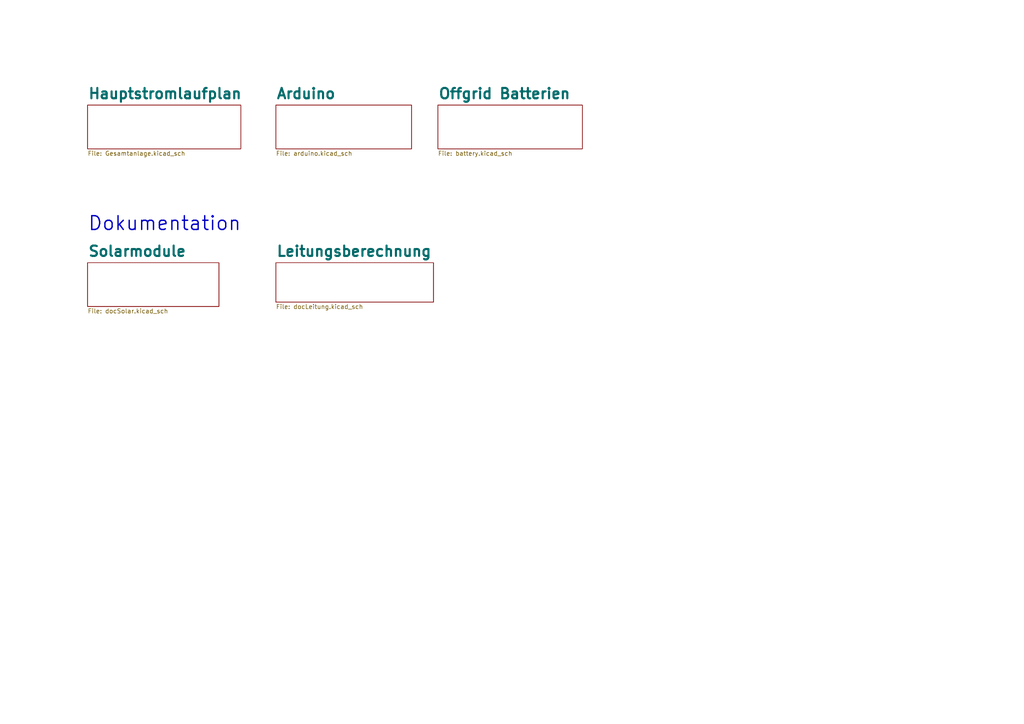
<source format=kicad_sch>
(kicad_sch (version 20230121) (generator eeschema)
  (paper "A4")
  (title_block (title "Deckblatt") (date "2024-02-03") (rev "1.2"))
  (lib_symbols)
  (text "Dokumentation" (at 25.4 67.31 0) (effects (font (size 4 4) (thickness 0.4) bold) (justify left bottom)))
  (sheet (at 80.01 30.48) (size 39.37 12.7) (stroke (width 0.1524))
    (property "Sheetname" "Arduino" (at 80.01 28.9034 0) (effects (font (size 3 3) bold) (justify left bottom)))
    (property "Sheetfile" "arduino.kicad_sch" (at 80.01 43.7646 0) (effects (justify left top)))
  )
  (sheet (at 80.01 76.2) (size 45.72 11.43) (stroke (width 0.1524))
    (property "Sheetname" "Leitungsberechnung" (at 80.01 74.6234 0) (effects (font (size 3 3) bold) (justify left bottom)))
    (property "Sheetfile" "docLeitung.kicad_sch" (at 80.01 88.2146 0) (effects (justify left top)))
  )
  (sheet (at 25.4 76.2) (size 38.1 12.7) (stroke (width 0.1524))
    (property "Sheetname" "Solarmodule" (at 25.4 74.6234 0) (effects (font (size 3 3) bold) (justify left bottom)))
    (property "Sheetfile" "docSolar.kicad_sch" (at 25.4 89.4846 0) (effects (justify left top)))
  )
  (sheet (at 127 30.48) (size 41.91 12.7) (stroke (width 0.1524))
    (property "Sheetname" "Offgrid Batterien" (at 127 28.9034 0) (effects (font (size 3 3) bold) (justify left bottom)))
    (property "Sheetfile" "battery.kicad_sch" (at 127 43.7646 0) (effects (justify left top)))
  )
  (sheet (at 25.4 30.48) (size 44.45 12.7) (stroke (width 0.1524))
    (property "Sheetname" "Hauptstromlaufplan" (at 25.4 28.9034 0) (effects (font (size 3 3) bold) (justify left bottom)))
    (property "Sheetfile" "Gesamtanlage.kicad_sch" (at 25.4 43.7646 0) (effects (justify left top)))
  )
)
</source>
